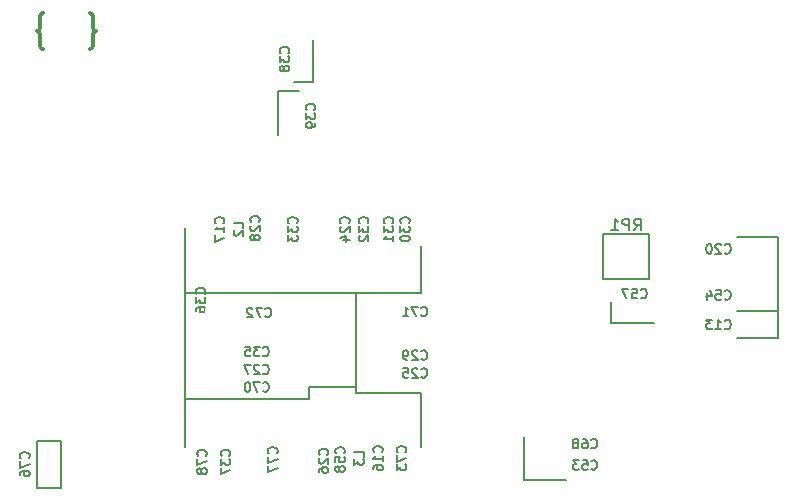
<source format=gbo>
G04 #@! TF.FileFunction,Legend,Bot*
%FSLAX46Y46*%
G04 Gerber Fmt 4.6, Leading zero omitted, Abs format (unit mm)*
G04 Created by KiCad (PCBNEW 4.0.6) date 08/04/17 18:38:55*
%MOMM*%
%LPD*%
G01*
G04 APERTURE LIST*
%ADD10C,0.150000*%
%ADD11C,0.200660*%
%ADD12C,0.299720*%
%ADD13C,0.160020*%
%ADD14C,3.830320*%
%ADD15C,2.519680*%
%ADD16R,3.169920X3.169920*%
%ADD17R,0.919480X0.670560*%
%ADD18R,0.919480X0.520700*%
%ADD19R,5.417820X6.421120*%
%ADD20C,6.019800*%
%ADD21R,1.544320X1.544320*%
%ADD22C,1.544320*%
%ADD23C,1.920240*%
%ADD24R,0.820420X1.021080*%
%ADD25R,1.021080X0.820420*%
%ADD26C,1.219200*%
%ADD27C,1.320800*%
G04 APERTURE END LIST*
D10*
D11*
X41000680Y-25001220D02*
X41000680Y-24500840D01*
X26499820Y-25499060D02*
X26499820Y-24399240D01*
X37398960Y-6598920D02*
X37398960Y-3098800D01*
X35798760Y-6598920D02*
X37398960Y-6598920D01*
X34399220Y-7399020D02*
X36200080Y-7399020D01*
X34399220Y-11099800D02*
X34399220Y-7399020D01*
X76700380Y-25999440D02*
X73299320Y-25999440D01*
X76700380Y-28300680D02*
X73299320Y-28300680D01*
X76700380Y-21300440D02*
X76700380Y-28300680D01*
X76700380Y-19799300D02*
X76700380Y-21399500D01*
X73299320Y-19799300D02*
X76700380Y-19799300D01*
X62600840Y-27000200D02*
X66200020Y-27000200D01*
X62600840Y-25300940D02*
X62600840Y-27000200D01*
X55199280Y-40299640D02*
X58801000Y-40299640D01*
X55199280Y-36700460D02*
X55199280Y-40299640D01*
X15999460Y-37000180D02*
X15999460Y-41000680D01*
X14000480Y-37000180D02*
X15999460Y-37000180D01*
X14000480Y-41000680D02*
X14000480Y-37000180D01*
X15999460Y-41000680D02*
X14000480Y-41000680D01*
X46499780Y-32999680D02*
X46499780Y-34000440D01*
X45001180Y-32999680D02*
X46499780Y-32999680D01*
X37000180Y-32499300D02*
X41000680Y-32499300D01*
X37000180Y-33500060D02*
X37000180Y-32499300D01*
X31000700Y-33500060D02*
X37000180Y-33500060D01*
X46499780Y-34000440D02*
X46499780Y-37500560D01*
X26499820Y-33500060D02*
X26499820Y-37500560D01*
X41000680Y-32999680D02*
X45001180Y-32999680D01*
X41000680Y-25001220D02*
X41000680Y-32999680D01*
X26499820Y-33500060D02*
X31000700Y-33500060D01*
X26499820Y-25499060D02*
X26499820Y-33500060D01*
X46499780Y-24500840D02*
X46499780Y-20500340D01*
X26499820Y-24500840D02*
X46499780Y-24500840D01*
X26499820Y-18999200D02*
X26499820Y-24500840D01*
X61950600Y-19497040D02*
X61950600Y-23296880D01*
X65849500Y-19497040D02*
X61950600Y-19497040D01*
X65849500Y-23296880D02*
X65849500Y-19497040D01*
X61950600Y-23296880D02*
X65849500Y-23296880D01*
D12*
X18459268Y-3865457D02*
X18531840Y-3865457D01*
X18676983Y-3770267D01*
X18749554Y-3579888D01*
X18749554Y-2627993D01*
X18822125Y-2437614D01*
X18967268Y-2342424D01*
X18822125Y-2247235D01*
X18749554Y-2056856D01*
X18749554Y-1104960D01*
X18676983Y-914581D01*
X18531840Y-819392D01*
X18459268Y-819392D01*
X14540411Y-3865457D02*
X14467839Y-3865457D01*
X14322696Y-3770267D01*
X14250125Y-3579888D01*
X14250125Y-2627993D01*
X14177554Y-2437614D01*
X14032411Y-2342424D01*
X14177554Y-2247235D01*
X14250125Y-2056856D01*
X14250125Y-1104960D01*
X14322696Y-914581D01*
X14467839Y-819392D01*
X14540411Y-819392D01*
D11*
X64565953Y-19203005D02*
X64899540Y-18726452D01*
X65137816Y-19203005D02*
X65137816Y-18202245D01*
X64756574Y-18202245D01*
X64661263Y-18249900D01*
X64613608Y-18297555D01*
X64565953Y-18392866D01*
X64565953Y-18535831D01*
X64613608Y-18631142D01*
X64661263Y-18678797D01*
X64756574Y-18726452D01*
X65137816Y-18726452D01*
X64137056Y-19203005D02*
X64137056Y-18202245D01*
X63755814Y-18202245D01*
X63660503Y-18249900D01*
X63612848Y-18297555D01*
X63565193Y-18392866D01*
X63565193Y-18535831D01*
X63612848Y-18631142D01*
X63660503Y-18678797D01*
X63755814Y-18726452D01*
X64137056Y-18726452D01*
X62612088Y-19203005D02*
X63183951Y-19203005D01*
X62898020Y-19203005D02*
X62898020Y-18202245D01*
X62993330Y-18345210D01*
X63088641Y-18440521D01*
X63183951Y-18488176D01*
D13*
X28290339Y-38280159D02*
X28328922Y-38241575D01*
X28367506Y-38125824D01*
X28367506Y-38048656D01*
X28328922Y-37932904D01*
X28251755Y-37855737D01*
X28174587Y-37817153D01*
X28020252Y-37778569D01*
X27904500Y-37778569D01*
X27750165Y-37817153D01*
X27672998Y-37855737D01*
X27595830Y-37932904D01*
X27557246Y-38048656D01*
X27557246Y-38125824D01*
X27595830Y-38241575D01*
X27634414Y-38280159D01*
X27557246Y-38550245D02*
X27557246Y-39090419D01*
X28367506Y-38743164D01*
X27904500Y-39514840D02*
X27865917Y-39437673D01*
X27827333Y-39399089D01*
X27750165Y-39360505D01*
X27711581Y-39360505D01*
X27634414Y-39399089D01*
X27595830Y-39437673D01*
X27557246Y-39514840D01*
X27557246Y-39669176D01*
X27595830Y-39746343D01*
X27634414Y-39784927D01*
X27711581Y-39823511D01*
X27750165Y-39823511D01*
X27827333Y-39784927D01*
X27865917Y-39746343D01*
X27904500Y-39669176D01*
X27904500Y-39514840D01*
X27943084Y-39437673D01*
X27981668Y-39399089D01*
X28058836Y-39360505D01*
X28213171Y-39360505D01*
X28290339Y-39399089D01*
X28328922Y-39437673D01*
X28367506Y-39514840D01*
X28367506Y-39669176D01*
X28328922Y-39746343D01*
X28290339Y-39784927D01*
X28213171Y-39823511D01*
X28058836Y-39823511D01*
X27981668Y-39784927D01*
X27943084Y-39746343D01*
X27904500Y-39669176D01*
X34289819Y-38079499D02*
X34328402Y-38040915D01*
X34366986Y-37925164D01*
X34366986Y-37847996D01*
X34328402Y-37732244D01*
X34251235Y-37655077D01*
X34174067Y-37616493D01*
X34019732Y-37577909D01*
X33903980Y-37577909D01*
X33749645Y-37616493D01*
X33672478Y-37655077D01*
X33595310Y-37732244D01*
X33556726Y-37847996D01*
X33556726Y-37925164D01*
X33595310Y-38040915D01*
X33633894Y-38079499D01*
X33556726Y-38349585D02*
X33556726Y-38889759D01*
X34366986Y-38542504D01*
X33556726Y-39121261D02*
X33556726Y-39661435D01*
X34366986Y-39314180D01*
X13291639Y-38478279D02*
X13330222Y-38439695D01*
X13368806Y-38323944D01*
X13368806Y-38246776D01*
X13330222Y-38131024D01*
X13253055Y-38053857D01*
X13175887Y-38015273D01*
X13021552Y-37976689D01*
X12905800Y-37976689D01*
X12751465Y-38015273D01*
X12674298Y-38053857D01*
X12597130Y-38131024D01*
X12558546Y-38246776D01*
X12558546Y-38323944D01*
X12597130Y-38439695D01*
X12635714Y-38478279D01*
X12558546Y-38748365D02*
X12558546Y-39288539D01*
X13368806Y-38941284D01*
X12558546Y-39944463D02*
X12558546Y-39790128D01*
X12597130Y-39712960D01*
X12635714Y-39674377D01*
X12751465Y-39597209D01*
X12905800Y-39558625D01*
X13214471Y-39558625D01*
X13291639Y-39597209D01*
X13330222Y-39635793D01*
X13368806Y-39712960D01*
X13368806Y-39867296D01*
X13330222Y-39944463D01*
X13291639Y-39983047D01*
X13214471Y-40021631D01*
X13021552Y-40021631D01*
X12944384Y-39983047D01*
X12905800Y-39944463D01*
X12867217Y-39867296D01*
X12867217Y-39712960D01*
X12905800Y-39635793D01*
X12944384Y-39597209D01*
X13021552Y-39558625D01*
X45188959Y-37977899D02*
X45227542Y-37939315D01*
X45266126Y-37823564D01*
X45266126Y-37746396D01*
X45227542Y-37630644D01*
X45150375Y-37553477D01*
X45073207Y-37514893D01*
X44918872Y-37476309D01*
X44803120Y-37476309D01*
X44648785Y-37514893D01*
X44571618Y-37553477D01*
X44494450Y-37630644D01*
X44455866Y-37746396D01*
X44455866Y-37823564D01*
X44494450Y-37939315D01*
X44533034Y-37977899D01*
X44455866Y-38247985D02*
X44455866Y-38788159D01*
X45266126Y-38440904D01*
X44455866Y-39019661D02*
X44455866Y-39521251D01*
X44764537Y-39251164D01*
X44764537Y-39366916D01*
X44803120Y-39444083D01*
X44841704Y-39482667D01*
X44918872Y-39521251D01*
X45111791Y-39521251D01*
X45188959Y-39482667D01*
X45227542Y-39444083D01*
X45266126Y-39366916D01*
X45266126Y-39135413D01*
X45227542Y-39058245D01*
X45188959Y-39019661D01*
X33319901Y-26489479D02*
X33358485Y-26528062D01*
X33474236Y-26566646D01*
X33551404Y-26566646D01*
X33667156Y-26528062D01*
X33744323Y-26450895D01*
X33782907Y-26373727D01*
X33821491Y-26219392D01*
X33821491Y-26103640D01*
X33782907Y-25949305D01*
X33744323Y-25872138D01*
X33667156Y-25794970D01*
X33551404Y-25756386D01*
X33474236Y-25756386D01*
X33358485Y-25794970D01*
X33319901Y-25833554D01*
X33049815Y-25756386D02*
X32509641Y-25756386D01*
X32856896Y-26566646D01*
X32239555Y-25833554D02*
X32200971Y-25794970D01*
X32123803Y-25756386D01*
X31930884Y-25756386D01*
X31853717Y-25794970D01*
X31815133Y-25833554D01*
X31776549Y-25910721D01*
X31776549Y-25987889D01*
X31815133Y-26103640D01*
X32278139Y-26566646D01*
X31776549Y-26566646D01*
X46520281Y-26390419D02*
X46558865Y-26429002D01*
X46674616Y-26467586D01*
X46751784Y-26467586D01*
X46867536Y-26429002D01*
X46944703Y-26351835D01*
X46983287Y-26274667D01*
X47021871Y-26120332D01*
X47021871Y-26004580D01*
X46983287Y-25850245D01*
X46944703Y-25773078D01*
X46867536Y-25695910D01*
X46751784Y-25657326D01*
X46674616Y-25657326D01*
X46558865Y-25695910D01*
X46520281Y-25734494D01*
X46250195Y-25657326D02*
X45710021Y-25657326D01*
X46057276Y-26467586D01*
X44976929Y-26467586D02*
X45439935Y-26467586D01*
X45208432Y-26467586D02*
X45208432Y-25657326D01*
X45285600Y-25773078D01*
X45362767Y-25850245D01*
X45439935Y-25888829D01*
X33121781Y-32788679D02*
X33160365Y-32827262D01*
X33276116Y-32865846D01*
X33353284Y-32865846D01*
X33469036Y-32827262D01*
X33546203Y-32750095D01*
X33584787Y-32672927D01*
X33623371Y-32518592D01*
X33623371Y-32402840D01*
X33584787Y-32248505D01*
X33546203Y-32171338D01*
X33469036Y-32094170D01*
X33353284Y-32055586D01*
X33276116Y-32055586D01*
X33160365Y-32094170D01*
X33121781Y-32132754D01*
X32851695Y-32055586D02*
X32311521Y-32055586D01*
X32658776Y-32865846D01*
X31848516Y-32055586D02*
X31771348Y-32055586D01*
X31694180Y-32094170D01*
X31655597Y-32132754D01*
X31617013Y-32209921D01*
X31578429Y-32364257D01*
X31578429Y-32557176D01*
X31617013Y-32711511D01*
X31655597Y-32788679D01*
X31694180Y-32827262D01*
X31771348Y-32865846D01*
X31848516Y-32865846D01*
X31925683Y-32827262D01*
X31964267Y-32788679D01*
X32002851Y-32711511D01*
X32041435Y-32557176D01*
X32041435Y-32364257D01*
X32002851Y-32209921D01*
X31964267Y-32132754D01*
X31925683Y-32094170D01*
X31848516Y-32055586D01*
X60922081Y-37589279D02*
X60960665Y-37627862D01*
X61076416Y-37666446D01*
X61153584Y-37666446D01*
X61269336Y-37627862D01*
X61346503Y-37550695D01*
X61385087Y-37473527D01*
X61423671Y-37319192D01*
X61423671Y-37203440D01*
X61385087Y-37049105D01*
X61346503Y-36971938D01*
X61269336Y-36894770D01*
X61153584Y-36856186D01*
X61076416Y-36856186D01*
X60960665Y-36894770D01*
X60922081Y-36933354D01*
X60227573Y-36856186D02*
X60381908Y-36856186D01*
X60459076Y-36894770D01*
X60497659Y-36933354D01*
X60574827Y-37049105D01*
X60613411Y-37203440D01*
X60613411Y-37512111D01*
X60574827Y-37589279D01*
X60536243Y-37627862D01*
X60459076Y-37666446D01*
X60304740Y-37666446D01*
X60227573Y-37627862D01*
X60188989Y-37589279D01*
X60150405Y-37512111D01*
X60150405Y-37319192D01*
X60188989Y-37242024D01*
X60227573Y-37203440D01*
X60304740Y-37164857D01*
X60459076Y-37164857D01*
X60536243Y-37203440D01*
X60574827Y-37242024D01*
X60613411Y-37319192D01*
X59687400Y-37203440D02*
X59764567Y-37164857D01*
X59803151Y-37126273D01*
X59841735Y-37049105D01*
X59841735Y-37010521D01*
X59803151Y-36933354D01*
X59764567Y-36894770D01*
X59687400Y-36856186D01*
X59533064Y-36856186D01*
X59455897Y-36894770D01*
X59417313Y-36933354D01*
X59378729Y-37010521D01*
X59378729Y-37049105D01*
X59417313Y-37126273D01*
X59455897Y-37164857D01*
X59533064Y-37203440D01*
X59687400Y-37203440D01*
X59764567Y-37242024D01*
X59803151Y-37280608D01*
X59841735Y-37357776D01*
X59841735Y-37512111D01*
X59803151Y-37589279D01*
X59764567Y-37627862D01*
X59687400Y-37666446D01*
X59533064Y-37666446D01*
X59455897Y-37627862D01*
X59417313Y-37589279D01*
X59378729Y-37512111D01*
X59378729Y-37357776D01*
X59417313Y-37280608D01*
X59455897Y-37242024D01*
X59533064Y-37203440D01*
X39989579Y-38079499D02*
X40028162Y-38040915D01*
X40066746Y-37925164D01*
X40066746Y-37847996D01*
X40028162Y-37732244D01*
X39950995Y-37655077D01*
X39873827Y-37616493D01*
X39719492Y-37577909D01*
X39603740Y-37577909D01*
X39449405Y-37616493D01*
X39372238Y-37655077D01*
X39295070Y-37732244D01*
X39256486Y-37847996D01*
X39256486Y-37925164D01*
X39295070Y-38040915D01*
X39333654Y-38079499D01*
X39256486Y-38812591D02*
X39256486Y-38426753D01*
X39642324Y-38388169D01*
X39603740Y-38426753D01*
X39565157Y-38503921D01*
X39565157Y-38696840D01*
X39603740Y-38774007D01*
X39642324Y-38812591D01*
X39719492Y-38851175D01*
X39912411Y-38851175D01*
X39989579Y-38812591D01*
X40028162Y-38774007D01*
X40066746Y-38696840D01*
X40066746Y-38503921D01*
X40028162Y-38426753D01*
X39989579Y-38388169D01*
X39603740Y-39314180D02*
X39565157Y-39237013D01*
X39526573Y-39198429D01*
X39449405Y-39159845D01*
X39410821Y-39159845D01*
X39333654Y-39198429D01*
X39295070Y-39237013D01*
X39256486Y-39314180D01*
X39256486Y-39468516D01*
X39295070Y-39545683D01*
X39333654Y-39584267D01*
X39410821Y-39622851D01*
X39449405Y-39622851D01*
X39526573Y-39584267D01*
X39565157Y-39545683D01*
X39603740Y-39468516D01*
X39603740Y-39314180D01*
X39642324Y-39237013D01*
X39680908Y-39198429D01*
X39758076Y-39159845D01*
X39912411Y-39159845D01*
X39989579Y-39198429D01*
X40028162Y-39237013D01*
X40066746Y-39314180D01*
X40066746Y-39468516D01*
X40028162Y-39545683D01*
X39989579Y-39584267D01*
X39912411Y-39622851D01*
X39758076Y-39622851D01*
X39680908Y-39584267D01*
X39642324Y-39545683D01*
X39603740Y-39468516D01*
X65120701Y-24889279D02*
X65159285Y-24927862D01*
X65275036Y-24966446D01*
X65352204Y-24966446D01*
X65467956Y-24927862D01*
X65545123Y-24850695D01*
X65583707Y-24773527D01*
X65622291Y-24619192D01*
X65622291Y-24503440D01*
X65583707Y-24349105D01*
X65545123Y-24271938D01*
X65467956Y-24194770D01*
X65352204Y-24156186D01*
X65275036Y-24156186D01*
X65159285Y-24194770D01*
X65120701Y-24233354D01*
X64387609Y-24156186D02*
X64773447Y-24156186D01*
X64812031Y-24542024D01*
X64773447Y-24503440D01*
X64696279Y-24464857D01*
X64503360Y-24464857D01*
X64426193Y-24503440D01*
X64387609Y-24542024D01*
X64349025Y-24619192D01*
X64349025Y-24812111D01*
X64387609Y-24889279D01*
X64426193Y-24927862D01*
X64503360Y-24966446D01*
X64696279Y-24966446D01*
X64773447Y-24927862D01*
X64812031Y-24889279D01*
X64078939Y-24156186D02*
X63538765Y-24156186D01*
X63886020Y-24966446D01*
X72220001Y-24988339D02*
X72258585Y-25026922D01*
X72374336Y-25065506D01*
X72451504Y-25065506D01*
X72567256Y-25026922D01*
X72644423Y-24949755D01*
X72683007Y-24872587D01*
X72721591Y-24718252D01*
X72721591Y-24602500D01*
X72683007Y-24448165D01*
X72644423Y-24370998D01*
X72567256Y-24293830D01*
X72451504Y-24255246D01*
X72374336Y-24255246D01*
X72258585Y-24293830D01*
X72220001Y-24332414D01*
X71486909Y-24255246D02*
X71872747Y-24255246D01*
X71911331Y-24641084D01*
X71872747Y-24602500D01*
X71795579Y-24563917D01*
X71602660Y-24563917D01*
X71525493Y-24602500D01*
X71486909Y-24641084D01*
X71448325Y-24718252D01*
X71448325Y-24911171D01*
X71486909Y-24988339D01*
X71525493Y-25026922D01*
X71602660Y-25065506D01*
X71795579Y-25065506D01*
X71872747Y-25026922D01*
X71911331Y-24988339D01*
X70753817Y-24525333D02*
X70753817Y-25065506D01*
X70946736Y-24216662D02*
X71139655Y-24795420D01*
X70638065Y-24795420D01*
X60922081Y-39390139D02*
X60960665Y-39428722D01*
X61076416Y-39467306D01*
X61153584Y-39467306D01*
X61269336Y-39428722D01*
X61346503Y-39351555D01*
X61385087Y-39274387D01*
X61423671Y-39120052D01*
X61423671Y-39004300D01*
X61385087Y-38849965D01*
X61346503Y-38772798D01*
X61269336Y-38695630D01*
X61153584Y-38657046D01*
X61076416Y-38657046D01*
X60960665Y-38695630D01*
X60922081Y-38734214D01*
X60188989Y-38657046D02*
X60574827Y-38657046D01*
X60613411Y-39042884D01*
X60574827Y-39004300D01*
X60497659Y-38965717D01*
X60304740Y-38965717D01*
X60227573Y-39004300D01*
X60188989Y-39042884D01*
X60150405Y-39120052D01*
X60150405Y-39312971D01*
X60188989Y-39390139D01*
X60227573Y-39428722D01*
X60304740Y-39467306D01*
X60497659Y-39467306D01*
X60574827Y-39428722D01*
X60613411Y-39390139D01*
X59880319Y-38657046D02*
X59378729Y-38657046D01*
X59648816Y-38965717D01*
X59533064Y-38965717D01*
X59455897Y-39004300D01*
X59417313Y-39042884D01*
X59378729Y-39120052D01*
X59378729Y-39312971D01*
X59417313Y-39390139D01*
X59455897Y-39428722D01*
X59533064Y-39467306D01*
X59764567Y-39467306D01*
X59841735Y-39428722D01*
X59880319Y-39390139D01*
X37490219Y-8978719D02*
X37528802Y-8940135D01*
X37567386Y-8824384D01*
X37567386Y-8747216D01*
X37528802Y-8631464D01*
X37451635Y-8554297D01*
X37374467Y-8515713D01*
X37220132Y-8477129D01*
X37104380Y-8477129D01*
X36950045Y-8515713D01*
X36872878Y-8554297D01*
X36795710Y-8631464D01*
X36757126Y-8747216D01*
X36757126Y-8824384D01*
X36795710Y-8940135D01*
X36834294Y-8978719D01*
X36757126Y-9248805D02*
X36757126Y-9750395D01*
X37065797Y-9480308D01*
X37065797Y-9596060D01*
X37104380Y-9673227D01*
X37142964Y-9711811D01*
X37220132Y-9750395D01*
X37413051Y-9750395D01*
X37490219Y-9711811D01*
X37528802Y-9673227D01*
X37567386Y-9596060D01*
X37567386Y-9364557D01*
X37528802Y-9287389D01*
X37490219Y-9248805D01*
X37567386Y-10136233D02*
X37567386Y-10290568D01*
X37528802Y-10367736D01*
X37490219Y-10406320D01*
X37374467Y-10483487D01*
X37220132Y-10522071D01*
X36911461Y-10522071D01*
X36834294Y-10483487D01*
X36795710Y-10444903D01*
X36757126Y-10367736D01*
X36757126Y-10213400D01*
X36795710Y-10136233D01*
X36834294Y-10097649D01*
X36911461Y-10059065D01*
X37104380Y-10059065D01*
X37181548Y-10097649D01*
X37220132Y-10136233D01*
X37258716Y-10213400D01*
X37258716Y-10367736D01*
X37220132Y-10444903D01*
X37181548Y-10483487D01*
X37104380Y-10522071D01*
X35290579Y-4178119D02*
X35329162Y-4139535D01*
X35367746Y-4023784D01*
X35367746Y-3946616D01*
X35329162Y-3830864D01*
X35251995Y-3753697D01*
X35174827Y-3715113D01*
X35020492Y-3676529D01*
X34904740Y-3676529D01*
X34750405Y-3715113D01*
X34673238Y-3753697D01*
X34596070Y-3830864D01*
X34557486Y-3946616D01*
X34557486Y-4023784D01*
X34596070Y-4139535D01*
X34634654Y-4178119D01*
X34557486Y-4448205D02*
X34557486Y-4949795D01*
X34866157Y-4679708D01*
X34866157Y-4795460D01*
X34904740Y-4872627D01*
X34943324Y-4911211D01*
X35020492Y-4949795D01*
X35213411Y-4949795D01*
X35290579Y-4911211D01*
X35329162Y-4872627D01*
X35367746Y-4795460D01*
X35367746Y-4563957D01*
X35329162Y-4486789D01*
X35290579Y-4448205D01*
X34904740Y-5412800D02*
X34866157Y-5335633D01*
X34827573Y-5297049D01*
X34750405Y-5258465D01*
X34711821Y-5258465D01*
X34634654Y-5297049D01*
X34596070Y-5335633D01*
X34557486Y-5412800D01*
X34557486Y-5567136D01*
X34596070Y-5644303D01*
X34634654Y-5682887D01*
X34711821Y-5721471D01*
X34750405Y-5721471D01*
X34827573Y-5682887D01*
X34866157Y-5644303D01*
X34904740Y-5567136D01*
X34904740Y-5412800D01*
X34943324Y-5335633D01*
X34981908Y-5297049D01*
X35059076Y-5258465D01*
X35213411Y-5258465D01*
X35290579Y-5297049D01*
X35329162Y-5335633D01*
X35367746Y-5412800D01*
X35367746Y-5567136D01*
X35329162Y-5644303D01*
X35290579Y-5682887D01*
X35213411Y-5721471D01*
X35059076Y-5721471D01*
X34981908Y-5682887D01*
X34943324Y-5644303D01*
X34904740Y-5567136D01*
X30289319Y-38280159D02*
X30327902Y-38241575D01*
X30366486Y-38125824D01*
X30366486Y-38048656D01*
X30327902Y-37932904D01*
X30250735Y-37855737D01*
X30173567Y-37817153D01*
X30019232Y-37778569D01*
X29903480Y-37778569D01*
X29749145Y-37817153D01*
X29671978Y-37855737D01*
X29594810Y-37932904D01*
X29556226Y-38048656D01*
X29556226Y-38125824D01*
X29594810Y-38241575D01*
X29633394Y-38280159D01*
X29556226Y-38550245D02*
X29556226Y-39051835D01*
X29864897Y-38781748D01*
X29864897Y-38897500D01*
X29903480Y-38974667D01*
X29942064Y-39013251D01*
X30019232Y-39051835D01*
X30212151Y-39051835D01*
X30289319Y-39013251D01*
X30327902Y-38974667D01*
X30366486Y-38897500D01*
X30366486Y-38665997D01*
X30327902Y-38588829D01*
X30289319Y-38550245D01*
X29556226Y-39321921D02*
X29556226Y-39862095D01*
X30366486Y-39514840D01*
X28188739Y-24579399D02*
X28227322Y-24540815D01*
X28265906Y-24425064D01*
X28265906Y-24347896D01*
X28227322Y-24232144D01*
X28150155Y-24154977D01*
X28072987Y-24116393D01*
X27918652Y-24077809D01*
X27802900Y-24077809D01*
X27648565Y-24116393D01*
X27571398Y-24154977D01*
X27494230Y-24232144D01*
X27455646Y-24347896D01*
X27455646Y-24425064D01*
X27494230Y-24540815D01*
X27532814Y-24579399D01*
X27455646Y-24849485D02*
X27455646Y-25351075D01*
X27764317Y-25080988D01*
X27764317Y-25196740D01*
X27802900Y-25273907D01*
X27841484Y-25312491D01*
X27918652Y-25351075D01*
X28111571Y-25351075D01*
X28188739Y-25312491D01*
X28227322Y-25273907D01*
X28265906Y-25196740D01*
X28265906Y-24965237D01*
X28227322Y-24888069D01*
X28188739Y-24849485D01*
X27455646Y-26045583D02*
X27455646Y-25891248D01*
X27494230Y-25814080D01*
X27532814Y-25775497D01*
X27648565Y-25698329D01*
X27802900Y-25659745D01*
X28111571Y-25659745D01*
X28188739Y-25698329D01*
X28227322Y-25736913D01*
X28265906Y-25814080D01*
X28265906Y-25968416D01*
X28227322Y-26045583D01*
X28188739Y-26084167D01*
X28111571Y-26122751D01*
X27918652Y-26122751D01*
X27841484Y-26084167D01*
X27802900Y-26045583D01*
X27764317Y-25968416D01*
X27764317Y-25814080D01*
X27802900Y-25736913D01*
X27841484Y-25698329D01*
X27918652Y-25659745D01*
X33121781Y-29788939D02*
X33160365Y-29827522D01*
X33276116Y-29866106D01*
X33353284Y-29866106D01*
X33469036Y-29827522D01*
X33546203Y-29750355D01*
X33584787Y-29673187D01*
X33623371Y-29518852D01*
X33623371Y-29403100D01*
X33584787Y-29248765D01*
X33546203Y-29171598D01*
X33469036Y-29094430D01*
X33353284Y-29055846D01*
X33276116Y-29055846D01*
X33160365Y-29094430D01*
X33121781Y-29133014D01*
X32851695Y-29055846D02*
X32350105Y-29055846D01*
X32620192Y-29364517D01*
X32504440Y-29364517D01*
X32427273Y-29403100D01*
X32388689Y-29441684D01*
X32350105Y-29518852D01*
X32350105Y-29711771D01*
X32388689Y-29788939D01*
X32427273Y-29827522D01*
X32504440Y-29866106D01*
X32735943Y-29866106D01*
X32813111Y-29827522D01*
X32851695Y-29788939D01*
X31617013Y-29055846D02*
X32002851Y-29055846D01*
X32041435Y-29441684D01*
X32002851Y-29403100D01*
X31925683Y-29364517D01*
X31732764Y-29364517D01*
X31655597Y-29403100D01*
X31617013Y-29441684D01*
X31578429Y-29518852D01*
X31578429Y-29711771D01*
X31617013Y-29788939D01*
X31655597Y-29827522D01*
X31732764Y-29866106D01*
X31925683Y-29866106D01*
X32002851Y-29827522D01*
X32041435Y-29788939D01*
X35989079Y-18579919D02*
X36027662Y-18541335D01*
X36066246Y-18425584D01*
X36066246Y-18348416D01*
X36027662Y-18232664D01*
X35950495Y-18155497D01*
X35873327Y-18116913D01*
X35718992Y-18078329D01*
X35603240Y-18078329D01*
X35448905Y-18116913D01*
X35371738Y-18155497D01*
X35294570Y-18232664D01*
X35255986Y-18348416D01*
X35255986Y-18425584D01*
X35294570Y-18541335D01*
X35333154Y-18579919D01*
X35255986Y-18850005D02*
X35255986Y-19351595D01*
X35564657Y-19081508D01*
X35564657Y-19197260D01*
X35603240Y-19274427D01*
X35641824Y-19313011D01*
X35718992Y-19351595D01*
X35911911Y-19351595D01*
X35989079Y-19313011D01*
X36027662Y-19274427D01*
X36066246Y-19197260D01*
X36066246Y-18965757D01*
X36027662Y-18888589D01*
X35989079Y-18850005D01*
X35255986Y-19621681D02*
X35255986Y-20123271D01*
X35564657Y-19853184D01*
X35564657Y-19968936D01*
X35603240Y-20046103D01*
X35641824Y-20084687D01*
X35718992Y-20123271D01*
X35911911Y-20123271D01*
X35989079Y-20084687D01*
X36027662Y-20046103D01*
X36066246Y-19968936D01*
X36066246Y-19737433D01*
X36027662Y-19660265D01*
X35989079Y-19621681D01*
X41988559Y-18579919D02*
X42027142Y-18541335D01*
X42065726Y-18425584D01*
X42065726Y-18348416D01*
X42027142Y-18232664D01*
X41949975Y-18155497D01*
X41872807Y-18116913D01*
X41718472Y-18078329D01*
X41602720Y-18078329D01*
X41448385Y-18116913D01*
X41371218Y-18155497D01*
X41294050Y-18232664D01*
X41255466Y-18348416D01*
X41255466Y-18425584D01*
X41294050Y-18541335D01*
X41332634Y-18579919D01*
X41255466Y-18850005D02*
X41255466Y-19351595D01*
X41564137Y-19081508D01*
X41564137Y-19197260D01*
X41602720Y-19274427D01*
X41641304Y-19313011D01*
X41718472Y-19351595D01*
X41911391Y-19351595D01*
X41988559Y-19313011D01*
X42027142Y-19274427D01*
X42065726Y-19197260D01*
X42065726Y-18965757D01*
X42027142Y-18888589D01*
X41988559Y-18850005D01*
X41332634Y-19660265D02*
X41294050Y-19698849D01*
X41255466Y-19776017D01*
X41255466Y-19968936D01*
X41294050Y-20046103D01*
X41332634Y-20084687D01*
X41409801Y-20123271D01*
X41486969Y-20123271D01*
X41602720Y-20084687D01*
X42065726Y-19621681D01*
X42065726Y-20123271D01*
X44089139Y-18579919D02*
X44127722Y-18541335D01*
X44166306Y-18425584D01*
X44166306Y-18348416D01*
X44127722Y-18232664D01*
X44050555Y-18155497D01*
X43973387Y-18116913D01*
X43819052Y-18078329D01*
X43703300Y-18078329D01*
X43548965Y-18116913D01*
X43471798Y-18155497D01*
X43394630Y-18232664D01*
X43356046Y-18348416D01*
X43356046Y-18425584D01*
X43394630Y-18541335D01*
X43433214Y-18579919D01*
X43356046Y-18850005D02*
X43356046Y-19351595D01*
X43664717Y-19081508D01*
X43664717Y-19197260D01*
X43703300Y-19274427D01*
X43741884Y-19313011D01*
X43819052Y-19351595D01*
X44011971Y-19351595D01*
X44089139Y-19313011D01*
X44127722Y-19274427D01*
X44166306Y-19197260D01*
X44166306Y-18965757D01*
X44127722Y-18888589D01*
X44089139Y-18850005D01*
X44166306Y-20123271D02*
X44166306Y-19660265D01*
X44166306Y-19891768D02*
X43356046Y-19891768D01*
X43471798Y-19814600D01*
X43548965Y-19737433D01*
X43587549Y-19660265D01*
X45488679Y-18579919D02*
X45527262Y-18541335D01*
X45565846Y-18425584D01*
X45565846Y-18348416D01*
X45527262Y-18232664D01*
X45450095Y-18155497D01*
X45372927Y-18116913D01*
X45218592Y-18078329D01*
X45102840Y-18078329D01*
X44948505Y-18116913D01*
X44871338Y-18155497D01*
X44794170Y-18232664D01*
X44755586Y-18348416D01*
X44755586Y-18425584D01*
X44794170Y-18541335D01*
X44832754Y-18579919D01*
X44755586Y-18850005D02*
X44755586Y-19351595D01*
X45064257Y-19081508D01*
X45064257Y-19197260D01*
X45102840Y-19274427D01*
X45141424Y-19313011D01*
X45218592Y-19351595D01*
X45411511Y-19351595D01*
X45488679Y-19313011D01*
X45527262Y-19274427D01*
X45565846Y-19197260D01*
X45565846Y-18965757D01*
X45527262Y-18888589D01*
X45488679Y-18850005D01*
X44755586Y-19853184D02*
X44755586Y-19930352D01*
X44794170Y-20007520D01*
X44832754Y-20046103D01*
X44909921Y-20084687D01*
X45064257Y-20123271D01*
X45257176Y-20123271D01*
X45411511Y-20084687D01*
X45488679Y-20046103D01*
X45527262Y-20007520D01*
X45565846Y-19930352D01*
X45565846Y-19853184D01*
X45527262Y-19776017D01*
X45488679Y-19737433D01*
X45411511Y-19698849D01*
X45257176Y-19660265D01*
X45064257Y-19660265D01*
X44909921Y-19698849D01*
X44832754Y-19737433D01*
X44794170Y-19776017D01*
X44755586Y-19853184D01*
X46520281Y-30088659D02*
X46558865Y-30127242D01*
X46674616Y-30165826D01*
X46751784Y-30165826D01*
X46867536Y-30127242D01*
X46944703Y-30050075D01*
X46983287Y-29972907D01*
X47021871Y-29818572D01*
X47021871Y-29702820D01*
X46983287Y-29548485D01*
X46944703Y-29471318D01*
X46867536Y-29394150D01*
X46751784Y-29355566D01*
X46674616Y-29355566D01*
X46558865Y-29394150D01*
X46520281Y-29432734D01*
X46211611Y-29432734D02*
X46173027Y-29394150D01*
X46095859Y-29355566D01*
X45902940Y-29355566D01*
X45825773Y-29394150D01*
X45787189Y-29432734D01*
X45748605Y-29509901D01*
X45748605Y-29587069D01*
X45787189Y-29702820D01*
X46250195Y-30165826D01*
X45748605Y-30165826D01*
X45362767Y-30165826D02*
X45208432Y-30165826D01*
X45131264Y-30127242D01*
X45092680Y-30088659D01*
X45015513Y-29972907D01*
X44976929Y-29818572D01*
X44976929Y-29509901D01*
X45015513Y-29432734D01*
X45054097Y-29394150D01*
X45131264Y-29355566D01*
X45285600Y-29355566D01*
X45362767Y-29394150D01*
X45401351Y-29432734D01*
X45439935Y-29509901D01*
X45439935Y-29702820D01*
X45401351Y-29779988D01*
X45362767Y-29818572D01*
X45285600Y-29857156D01*
X45131264Y-29857156D01*
X45054097Y-29818572D01*
X45015513Y-29779988D01*
X44976929Y-29702820D01*
X32788679Y-18478319D02*
X32827262Y-18439735D01*
X32865846Y-18323984D01*
X32865846Y-18246816D01*
X32827262Y-18131064D01*
X32750095Y-18053897D01*
X32672927Y-18015313D01*
X32518592Y-17976729D01*
X32402840Y-17976729D01*
X32248505Y-18015313D01*
X32171338Y-18053897D01*
X32094170Y-18131064D01*
X32055586Y-18246816D01*
X32055586Y-18323984D01*
X32094170Y-18439735D01*
X32132754Y-18478319D01*
X32132754Y-18786989D02*
X32094170Y-18825573D01*
X32055586Y-18902741D01*
X32055586Y-19095660D01*
X32094170Y-19172827D01*
X32132754Y-19211411D01*
X32209921Y-19249995D01*
X32287089Y-19249995D01*
X32402840Y-19211411D01*
X32865846Y-18748405D01*
X32865846Y-19249995D01*
X32402840Y-19713000D02*
X32364257Y-19635833D01*
X32325673Y-19597249D01*
X32248505Y-19558665D01*
X32209921Y-19558665D01*
X32132754Y-19597249D01*
X32094170Y-19635833D01*
X32055586Y-19713000D01*
X32055586Y-19867336D01*
X32094170Y-19944503D01*
X32132754Y-19983087D01*
X32209921Y-20021671D01*
X32248505Y-20021671D01*
X32325673Y-19983087D01*
X32364257Y-19944503D01*
X32402840Y-19867336D01*
X32402840Y-19713000D01*
X32441424Y-19635833D01*
X32480008Y-19597249D01*
X32557176Y-19558665D01*
X32711511Y-19558665D01*
X32788679Y-19597249D01*
X32827262Y-19635833D01*
X32865846Y-19713000D01*
X32865846Y-19867336D01*
X32827262Y-19944503D01*
X32788679Y-19983087D01*
X32711511Y-20021671D01*
X32557176Y-20021671D01*
X32480008Y-19983087D01*
X32441424Y-19944503D01*
X32402840Y-19867336D01*
X33121781Y-31290079D02*
X33160365Y-31328662D01*
X33276116Y-31367246D01*
X33353284Y-31367246D01*
X33469036Y-31328662D01*
X33546203Y-31251495D01*
X33584787Y-31174327D01*
X33623371Y-31019992D01*
X33623371Y-30904240D01*
X33584787Y-30749905D01*
X33546203Y-30672738D01*
X33469036Y-30595570D01*
X33353284Y-30556986D01*
X33276116Y-30556986D01*
X33160365Y-30595570D01*
X33121781Y-30634154D01*
X32813111Y-30634154D02*
X32774527Y-30595570D01*
X32697359Y-30556986D01*
X32504440Y-30556986D01*
X32427273Y-30595570D01*
X32388689Y-30634154D01*
X32350105Y-30711321D01*
X32350105Y-30788489D01*
X32388689Y-30904240D01*
X32851695Y-31367246D01*
X32350105Y-31367246D01*
X32080019Y-30556986D02*
X31539845Y-30556986D01*
X31887100Y-31367246D01*
X38590039Y-38178559D02*
X38628622Y-38139975D01*
X38667206Y-38024224D01*
X38667206Y-37947056D01*
X38628622Y-37831304D01*
X38551455Y-37754137D01*
X38474287Y-37715553D01*
X38319952Y-37676969D01*
X38204200Y-37676969D01*
X38049865Y-37715553D01*
X37972698Y-37754137D01*
X37895530Y-37831304D01*
X37856946Y-37947056D01*
X37856946Y-38024224D01*
X37895530Y-38139975D01*
X37934114Y-38178559D01*
X37934114Y-38487229D02*
X37895530Y-38525813D01*
X37856946Y-38602981D01*
X37856946Y-38795900D01*
X37895530Y-38873067D01*
X37934114Y-38911651D01*
X38011281Y-38950235D01*
X38088449Y-38950235D01*
X38204200Y-38911651D01*
X38667206Y-38448645D01*
X38667206Y-38950235D01*
X37856946Y-39644743D02*
X37856946Y-39490408D01*
X37895530Y-39413240D01*
X37934114Y-39374657D01*
X38049865Y-39297489D01*
X38204200Y-39258905D01*
X38512871Y-39258905D01*
X38590039Y-39297489D01*
X38628622Y-39336073D01*
X38667206Y-39413240D01*
X38667206Y-39567576D01*
X38628622Y-39644743D01*
X38590039Y-39683327D01*
X38512871Y-39721911D01*
X38319952Y-39721911D01*
X38242784Y-39683327D01*
X38204200Y-39644743D01*
X38165617Y-39567576D01*
X38165617Y-39413240D01*
X38204200Y-39336073D01*
X38242784Y-39297489D01*
X38319952Y-39258905D01*
X46520281Y-31589799D02*
X46558865Y-31628382D01*
X46674616Y-31666966D01*
X46751784Y-31666966D01*
X46867536Y-31628382D01*
X46944703Y-31551215D01*
X46983287Y-31474047D01*
X47021871Y-31319712D01*
X47021871Y-31203960D01*
X46983287Y-31049625D01*
X46944703Y-30972458D01*
X46867536Y-30895290D01*
X46751784Y-30856706D01*
X46674616Y-30856706D01*
X46558865Y-30895290D01*
X46520281Y-30933874D01*
X46211611Y-30933874D02*
X46173027Y-30895290D01*
X46095859Y-30856706D01*
X45902940Y-30856706D01*
X45825773Y-30895290D01*
X45787189Y-30933874D01*
X45748605Y-31011041D01*
X45748605Y-31088209D01*
X45787189Y-31203960D01*
X46250195Y-31666966D01*
X45748605Y-31666966D01*
X45015513Y-30856706D02*
X45401351Y-30856706D01*
X45439935Y-31242544D01*
X45401351Y-31203960D01*
X45324183Y-31165377D01*
X45131264Y-31165377D01*
X45054097Y-31203960D01*
X45015513Y-31242544D01*
X44976929Y-31319712D01*
X44976929Y-31512631D01*
X45015513Y-31589799D01*
X45054097Y-31628382D01*
X45131264Y-31666966D01*
X45324183Y-31666966D01*
X45401351Y-31628382D01*
X45439935Y-31589799D01*
X40388359Y-18579919D02*
X40426942Y-18541335D01*
X40465526Y-18425584D01*
X40465526Y-18348416D01*
X40426942Y-18232664D01*
X40349775Y-18155497D01*
X40272607Y-18116913D01*
X40118272Y-18078329D01*
X40002520Y-18078329D01*
X39848185Y-18116913D01*
X39771018Y-18155497D01*
X39693850Y-18232664D01*
X39655266Y-18348416D01*
X39655266Y-18425584D01*
X39693850Y-18541335D01*
X39732434Y-18579919D01*
X39732434Y-18888589D02*
X39693850Y-18927173D01*
X39655266Y-19004341D01*
X39655266Y-19197260D01*
X39693850Y-19274427D01*
X39732434Y-19313011D01*
X39809601Y-19351595D01*
X39886769Y-19351595D01*
X40002520Y-19313011D01*
X40465526Y-18850005D01*
X40465526Y-19351595D01*
X39925353Y-20046103D02*
X40465526Y-20046103D01*
X39616682Y-19853184D02*
X40195440Y-19660265D01*
X40195440Y-20161855D01*
X72220001Y-21089439D02*
X72258585Y-21128022D01*
X72374336Y-21166606D01*
X72451504Y-21166606D01*
X72567256Y-21128022D01*
X72644423Y-21050855D01*
X72683007Y-20973687D01*
X72721591Y-20819352D01*
X72721591Y-20703600D01*
X72683007Y-20549265D01*
X72644423Y-20472098D01*
X72567256Y-20394930D01*
X72451504Y-20356346D01*
X72374336Y-20356346D01*
X72258585Y-20394930D01*
X72220001Y-20433514D01*
X71911331Y-20433514D02*
X71872747Y-20394930D01*
X71795579Y-20356346D01*
X71602660Y-20356346D01*
X71525493Y-20394930D01*
X71486909Y-20433514D01*
X71448325Y-20510681D01*
X71448325Y-20587849D01*
X71486909Y-20703600D01*
X71949915Y-21166606D01*
X71448325Y-21166606D01*
X70946736Y-20356346D02*
X70869568Y-20356346D01*
X70792400Y-20394930D01*
X70753817Y-20433514D01*
X70715233Y-20510681D01*
X70676649Y-20665017D01*
X70676649Y-20857936D01*
X70715233Y-21012271D01*
X70753817Y-21089439D01*
X70792400Y-21128022D01*
X70869568Y-21166606D01*
X70946736Y-21166606D01*
X71023903Y-21128022D01*
X71062487Y-21089439D01*
X71101071Y-21012271D01*
X71139655Y-20857936D01*
X71139655Y-20665017D01*
X71101071Y-20510681D01*
X71062487Y-20433514D01*
X71023903Y-20394930D01*
X70946736Y-20356346D01*
X29788939Y-18579919D02*
X29827522Y-18541335D01*
X29866106Y-18425584D01*
X29866106Y-18348416D01*
X29827522Y-18232664D01*
X29750355Y-18155497D01*
X29673187Y-18116913D01*
X29518852Y-18078329D01*
X29403100Y-18078329D01*
X29248765Y-18116913D01*
X29171598Y-18155497D01*
X29094430Y-18232664D01*
X29055846Y-18348416D01*
X29055846Y-18425584D01*
X29094430Y-18541335D01*
X29133014Y-18579919D01*
X29866106Y-19351595D02*
X29866106Y-18888589D01*
X29866106Y-19120092D02*
X29055846Y-19120092D01*
X29171598Y-19042924D01*
X29248765Y-18965757D01*
X29287349Y-18888589D01*
X29055846Y-19621681D02*
X29055846Y-20161855D01*
X29866106Y-19814600D01*
X43189979Y-37977899D02*
X43228562Y-37939315D01*
X43267146Y-37823564D01*
X43267146Y-37746396D01*
X43228562Y-37630644D01*
X43151395Y-37553477D01*
X43074227Y-37514893D01*
X42919892Y-37476309D01*
X42804140Y-37476309D01*
X42649805Y-37514893D01*
X42572638Y-37553477D01*
X42495470Y-37630644D01*
X42456886Y-37746396D01*
X42456886Y-37823564D01*
X42495470Y-37939315D01*
X42534054Y-37977899D01*
X43267146Y-38749575D02*
X43267146Y-38286569D01*
X43267146Y-38518072D02*
X42456886Y-38518072D01*
X42572638Y-38440904D01*
X42649805Y-38363737D01*
X42688389Y-38286569D01*
X42456886Y-39444083D02*
X42456886Y-39289748D01*
X42495470Y-39212580D01*
X42534054Y-39173997D01*
X42649805Y-39096829D01*
X42804140Y-39058245D01*
X43112811Y-39058245D01*
X43189979Y-39096829D01*
X43228562Y-39135413D01*
X43267146Y-39212580D01*
X43267146Y-39366916D01*
X43228562Y-39444083D01*
X43189979Y-39482667D01*
X43112811Y-39521251D01*
X42919892Y-39521251D01*
X42842724Y-39482667D01*
X42804140Y-39444083D01*
X42765557Y-39366916D01*
X42765557Y-39212580D01*
X42804140Y-39135413D01*
X42842724Y-39096829D01*
X42919892Y-39058245D01*
X72220001Y-27490239D02*
X72258585Y-27528822D01*
X72374336Y-27567406D01*
X72451504Y-27567406D01*
X72567256Y-27528822D01*
X72644423Y-27451655D01*
X72683007Y-27374487D01*
X72721591Y-27220152D01*
X72721591Y-27104400D01*
X72683007Y-26950065D01*
X72644423Y-26872898D01*
X72567256Y-26795730D01*
X72451504Y-26757146D01*
X72374336Y-26757146D01*
X72258585Y-26795730D01*
X72220001Y-26834314D01*
X71448325Y-27567406D02*
X71911331Y-27567406D01*
X71679828Y-27567406D02*
X71679828Y-26757146D01*
X71756996Y-26872898D01*
X71834163Y-26950065D01*
X71911331Y-26988649D01*
X71178239Y-26757146D02*
X70676649Y-26757146D01*
X70946736Y-27065817D01*
X70830984Y-27065817D01*
X70753817Y-27104400D01*
X70715233Y-27142984D01*
X70676649Y-27220152D01*
X70676649Y-27413071D01*
X70715233Y-27490239D01*
X70753817Y-27528822D01*
X70830984Y-27567406D01*
X71062487Y-27567406D01*
X71139655Y-27528822D01*
X71178239Y-27490239D01*
X41666946Y-38363737D02*
X41666946Y-37977899D01*
X40856686Y-37977899D01*
X40856686Y-38556656D02*
X40856686Y-39058246D01*
X41165357Y-38788159D01*
X41165357Y-38903911D01*
X41203940Y-38981078D01*
X41242524Y-39019662D01*
X41319692Y-39058246D01*
X41512611Y-39058246D01*
X41589779Y-39019662D01*
X41628362Y-38981078D01*
X41666946Y-38903911D01*
X41666946Y-38672408D01*
X41628362Y-38595240D01*
X41589779Y-38556656D01*
X31466306Y-18965757D02*
X31466306Y-18579919D01*
X30656046Y-18579919D01*
X30733214Y-19197260D02*
X30694630Y-19235844D01*
X30656046Y-19313012D01*
X30656046Y-19505931D01*
X30694630Y-19583098D01*
X30733214Y-19621682D01*
X30810381Y-19660266D01*
X30887549Y-19660266D01*
X31003300Y-19621682D01*
X31466306Y-19158676D01*
X31466306Y-19660266D01*
%LPC*%
D14*
X78999080Y-4500880D03*
X78999080Y-14500860D03*
X74000360Y-12750800D03*
X95999300Y-4500880D03*
X95999300Y-14500860D03*
X91000580Y-12750800D03*
D15*
X109997240Y-7998460D03*
X105798620Y-11000740D03*
X109999780Y-14000480D03*
D16*
X57599580Y-24091900D03*
D17*
X62898020Y-22595840D03*
D18*
X62898020Y-21795740D03*
X62898020Y-20995640D03*
D17*
X62898020Y-20195540D03*
X64897000Y-20195540D03*
D18*
X64897000Y-20995640D03*
X64897000Y-21795740D03*
D17*
X64897000Y-22595840D03*
D19*
X102999540Y-29199840D03*
D20*
X118999000Y-45999400D03*
X118999000Y-4000500D03*
X4000500Y-45999400D03*
X4000500Y-4000500D03*
D21*
X10149840Y-6499860D03*
D22*
X12689840Y-6499860D03*
X15229840Y-6499860D03*
X17769840Y-6499860D03*
X20309840Y-6499860D03*
X22849840Y-6499860D03*
D21*
X112270540Y-47000160D03*
D22*
X109730540Y-47000160D03*
D21*
X112270540Y-42999660D03*
D22*
X109730540Y-42999660D03*
D21*
X109959140Y-38770560D03*
D22*
X109959140Y-36230560D03*
X112499140Y-38770560D03*
X112499140Y-36230560D03*
X115039140Y-38770560D03*
X115039140Y-36230560D03*
D23*
X52499260Y-11501120D03*
X47500540Y-11501120D03*
X47000160Y-4003040D03*
X52999640Y-4003040D03*
X66499740Y-11501120D03*
X61501020Y-11501120D03*
X61000640Y-4003040D03*
X67000120Y-4003040D03*
D24*
X28000960Y-34698940D03*
X28000960Y-36299140D03*
X34000440Y-34698940D03*
X34000440Y-36299140D03*
X15001240Y-38199060D03*
X15001240Y-39799260D03*
X44899580Y-34698940D03*
X44899580Y-36299140D03*
D25*
X30299660Y-26200100D03*
X28699460Y-26200100D03*
X42199560Y-26101040D03*
X43799760Y-26101040D03*
X30299660Y-32499300D03*
X28699460Y-32499300D03*
X56400700Y-37200840D03*
X58000900Y-37200840D03*
D24*
X39700200Y-36299140D03*
X39700200Y-34698940D03*
D25*
X65399920Y-25900380D03*
X63799720Y-25900380D03*
X75600560Y-24698960D03*
X74000360Y-24698960D03*
X58000900Y-39100760D03*
X56400700Y-39100760D03*
D24*
X35600640Y-10299700D03*
X35600640Y-8699500D03*
X36400740Y-3898900D03*
X36400740Y-5499100D03*
X29999940Y-34698940D03*
X29999940Y-36299140D03*
X27899360Y-22799040D03*
X27899360Y-21198840D03*
D25*
X30299660Y-29499560D03*
X28699460Y-29499560D03*
D24*
X35699700Y-22799040D03*
X35699700Y-21198840D03*
X41699180Y-22799040D03*
X41699180Y-21198840D03*
X43700700Y-22799040D03*
X43700700Y-21198840D03*
X45199300Y-22799040D03*
X45199300Y-21198840D03*
D25*
X42199560Y-29799280D03*
X43799760Y-29799280D03*
D24*
X32499300Y-22799040D03*
X32499300Y-21198840D03*
D25*
X30299660Y-31000700D03*
X28699460Y-31000700D03*
D24*
X38300660Y-34201100D03*
X38300660Y-35801300D03*
D25*
X42199560Y-31300420D03*
X43799760Y-31300420D03*
D24*
X39999920Y-22799040D03*
X39999920Y-21198840D03*
D25*
X74000360Y-20800060D03*
X75600560Y-20800060D03*
D24*
X29499560Y-22799040D03*
X29499560Y-21198840D03*
X42799000Y-34698940D03*
X42799000Y-36299140D03*
D25*
X75600560Y-27200860D03*
X74000360Y-27200860D03*
D24*
X41300400Y-34698940D03*
X41300400Y-36299140D03*
X30998160Y-22799040D03*
X30998160Y-21198840D03*
D21*
X12890500Y-48069500D03*
D22*
X12890500Y-45529500D03*
X15430500Y-48069500D03*
X15430500Y-45529500D03*
X17970500Y-48069500D03*
X17970500Y-45529500D03*
X20510500Y-48069500D03*
X20510500Y-45529500D03*
D26*
X83799680Y-39801800D03*
X83799680Y-44800520D03*
X65600580Y-39801800D03*
X65600580Y-44800520D03*
D27*
X62400180Y-16400780D03*
X64401700Y-16400780D03*
X52100480Y-15400020D03*
X52100480Y-17401540D03*
M02*

</source>
